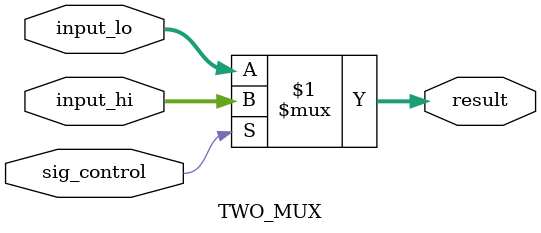
<source format=v>
/*
 * A 2-way multiplexor with a 1-bit control signal that gives the following
 * control-output mapping:
 * -----------------------
 * 1 -> input_hi
 * 0 -> input_lo
 */
module TWO_MUX (sig_control, input_hi, input_lo, result);
  parameter size = 32;

  input wire sig_control;
  input wire [size-1:0] input_hi;
  input wire [size-1:0] input_lo;
  output wire [size-1:0] result;

  assign result = sig_control ? input_hi : input_lo;

endmodule

</source>
